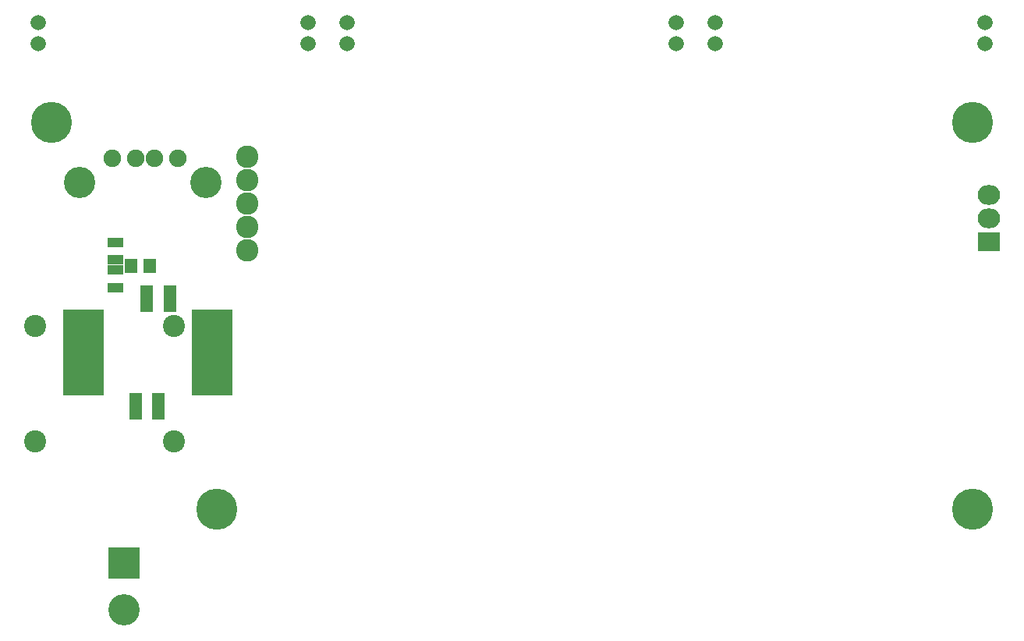
<source format=gbr>
G04 #@! TF.FileFunction,Soldermask,Bot*
%FSLAX46Y46*%
G04 Gerber Fmt 4.6, Leading zero omitted, Abs format (unit mm)*
G04 Created by KiCad (PCBNEW 4.0.1-stable) date 2017-03-08 11:16:27 PM*
%MOMM*%
G01*
G04 APERTURE LIST*
%ADD10C,0.100000*%
%ADD11C,1.900000*%
%ADD12C,3.400000*%
%ADD13R,2.432000X2.127200*%
%ADD14O,2.432000X2.127200*%
%ADD15C,1.670000*%
%ADD16R,3.400000X3.400000*%
%ADD17R,1.450000X3.000000*%
%ADD18R,4.380000X9.400000*%
%ADD19C,2.400000*%
%ADD20C,2.432000*%
%ADD21R,1.400000X1.650000*%
%ADD22R,1.700000X1.100000*%
%ADD23C,4.464000*%
G04 APERTURE END LIST*
D10*
D11*
X63770000Y-47900000D03*
X61230000Y-47900000D03*
X59200000Y-47900000D03*
X56660000Y-47900000D03*
D12*
X66820000Y-50570000D03*
X53100000Y-50570000D03*
D13*
X151800000Y-57000000D03*
D14*
X151800000Y-54460000D03*
X151800000Y-51920000D03*
D15*
X77927400Y-33237000D03*
X48615800Y-33237000D03*
X77927400Y-35497600D03*
X48615800Y-35497600D03*
X151384200Y-33237000D03*
X122072600Y-33237000D03*
X151384200Y-35497600D03*
X122072600Y-35497600D03*
D16*
X57900000Y-91900000D03*
D12*
X57900000Y-96980000D03*
D15*
X117830800Y-33237000D03*
X82169200Y-33237000D03*
X117830800Y-35497600D03*
X82169200Y-35497600D03*
D17*
X62900000Y-63150000D03*
X60400000Y-63150000D03*
D18*
X67480000Y-69000000D03*
X53510000Y-69000000D03*
D17*
X59150000Y-74850000D03*
X61650000Y-74850000D03*
D19*
X63300000Y-78650000D03*
X63300000Y-66150000D03*
X48300000Y-78650000D03*
X48300000Y-66150000D03*
D20*
X71270000Y-57930000D03*
X71270000Y-55390000D03*
X71270000Y-52850000D03*
X71270000Y-50310000D03*
X71270000Y-47770000D03*
D21*
X60700000Y-59600000D03*
X58700000Y-59600000D03*
D22*
X57000000Y-61950000D03*
X57000000Y-60050000D03*
X57000000Y-58950000D03*
X57000000Y-57050000D03*
D23*
X50000000Y-44000000D03*
X150000000Y-44000000D03*
X150000000Y-86000000D03*
X68000000Y-86000000D03*
M02*

</source>
